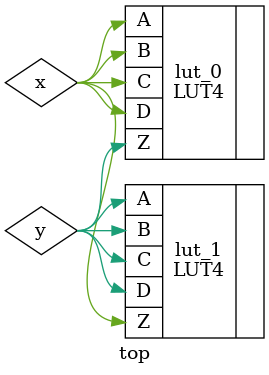
<source format=v>
module top;
	wire x, y;
	(*keep*)
	LUT4 lut_0(.A(x), .B(x), .C(x), .D(x), .Z(y));
	(*keep*)
	LUT4 lut_1(.A(y), .B(y), .C(y), .D(y), .Z(x));
endmodule
</source>
